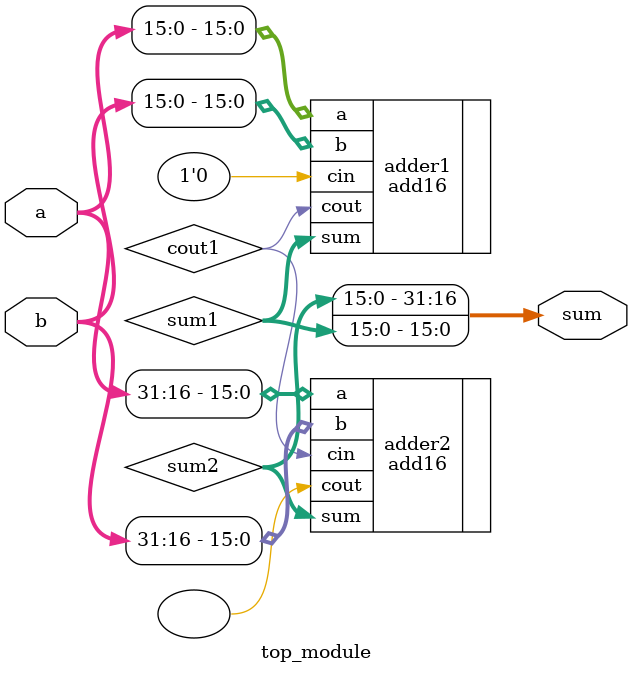
<source format=v>
module top_module(
    input [31:0] a,
    input [31:0] b,
    output [31:0] sum
);

    wire [15:0] sum1, sum2;
    wire cout1;

    // Instantiate first add16 to compute lower 16 bits
    add16 adder1 (
        .a(a[15:0]),
        .b(b[15:0]),
        .cin(1'b0),
        .sum(sum1),
        .cout(cout1)
    );

    // Instantiate second add16 to compute upper 16 bits
    add16 adder2 (
        .a(a[31:16]),
        .b(b[31:16]),
        .cin(cout1),
        .sum(sum2),
        .cout() // Ignoring cout as mentioned
    );

    // Combine the results to form the final 32-bit sum
    assign sum = {sum2, sum1};

endmodule
</source>
